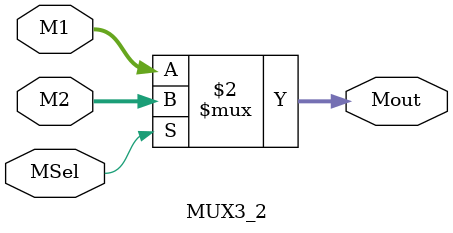
<source format=v>


module MUX3_2(M1,M2,Mout,MSel);
	input [2:0]M1,M2;
	input MSel;
	output [2:0]Mout;
	assign Mout=(MSel==0)?M1:M2;
endmodule

</source>
